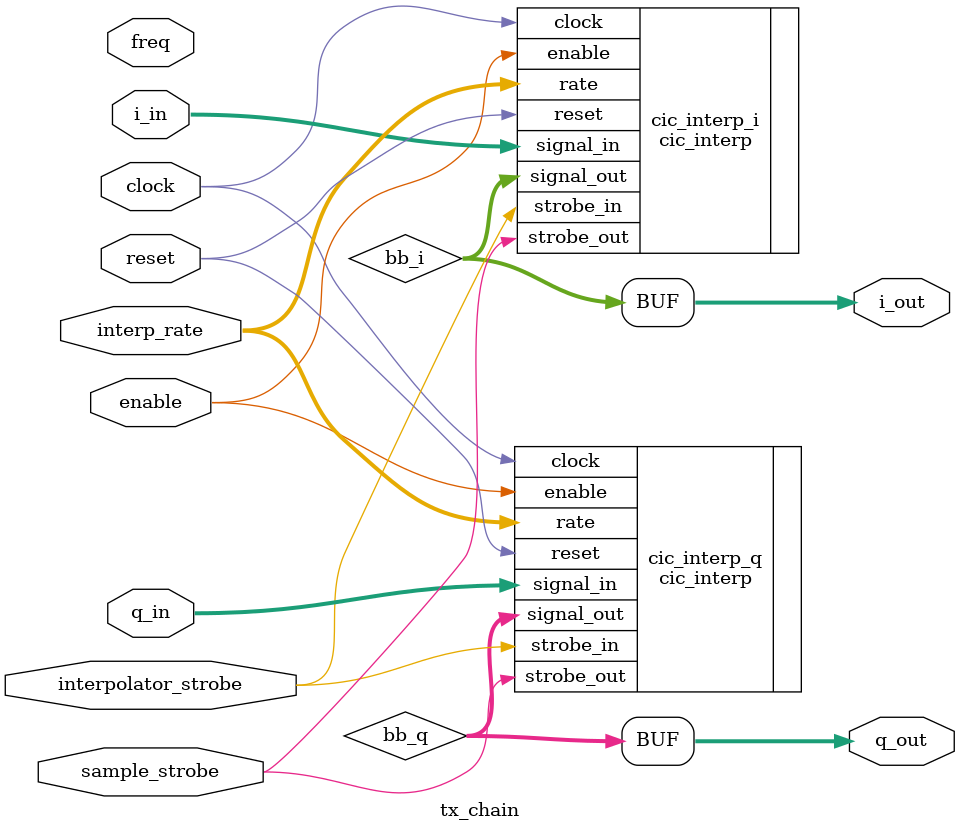
<source format=v>

module tx_chain
  (input clock,
   input reset,
   input enable,
   input wire [7:0] interp_rate,
   input sample_strobe,
   input interpolator_strobe,
   input wire [31:0] freq,
   input wire [15:0] i_in,
   input wire [15:0] q_in,
   output wire [15:0] i_out,
   output wire [15:0] q_out
   );

   wire [15:0] bb_i, bb_q;

   cic_interp cic_interp_i
     ( .clock(clock),.reset(reset),.enable(enable),
       .rate(interp_rate),.strobe_in(interpolator_strobe),.strobe_out(sample_strobe),
       .signal_in(i_in),.signal_out(bb_i) );

   cic_interp cic_interp_q
     ( .clock(clock),.reset(reset),.enable(enable),
       .rate(interp_rate),.strobe_in(interpolator_strobe),.strobe_out(sample_strobe),
       .signal_in(q_in),.signal_out(bb_q) );
   
`define NOCORDIC_TX
`ifdef NOCORDIC_TX
   assign      i_out = bb_i;
   assign      q_out = bb_q;
`else
   wire [31:0] phase;

   phase_acc phase_acc_tx
     (.clk(clock),.reset(reset),.enable(enable),
      .strobe(sample_strobe),.freq(freq),.phase(phase) );
   
   cordic tx_cordic_0
     ( .clock(clock),.reset(reset),.enable(sample_strobe), 
       .xi(bb_i),.yi(bb_q),.zi(phase[31:16]),
       .xo(i_out),.yo(q_out),.zo() );
`endif

endmodule // tx_chain

</source>
